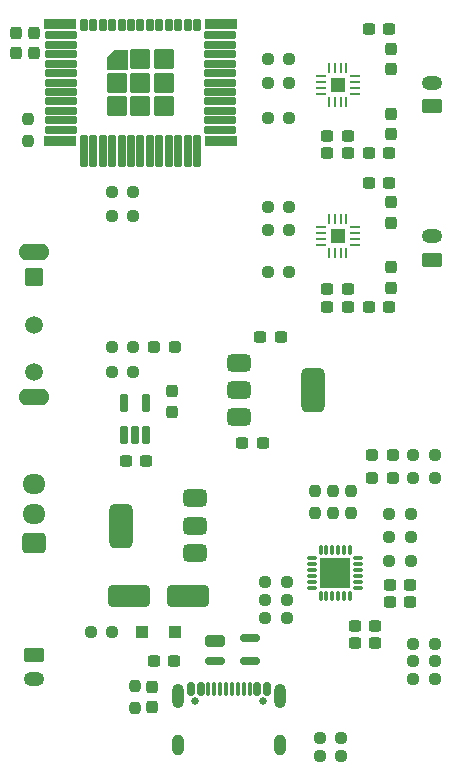
<source format=gbr>
%TF.GenerationSoftware,KiCad,Pcbnew,9.0.3*%
%TF.CreationDate,2025-11-17T09:12:33+01:00*%
%TF.ProjectId,PCB_BLE_Speaker,5043425f-424c-4455-9f53-7065616b6572,R.Casas*%
%TF.SameCoordinates,Original*%
%TF.FileFunction,Soldermask,Top*%
%TF.FilePolarity,Negative*%
%FSLAX46Y46*%
G04 Gerber Fmt 4.6, Leading zero omitted, Abs format (unit mm)*
G04 Created by KiCad (PCBNEW 9.0.3) date 2025-11-17 09:12:33*
%MOMM*%
%LPD*%
G01*
G04 APERTURE LIST*
G04 Aperture macros list*
%AMRoundRect*
0 Rectangle with rounded corners*
0 $1 Rounding radius*
0 $2 $3 $4 $5 $6 $7 $8 $9 X,Y pos of 4 corners*
0 Add a 4 corners polygon primitive as box body*
4,1,4,$2,$3,$4,$5,$6,$7,$8,$9,$2,$3,0*
0 Add four circle primitives for the rounded corners*
1,1,$1+$1,$2,$3*
1,1,$1+$1,$4,$5*
1,1,$1+$1,$6,$7*
1,1,$1+$1,$8,$9*
0 Add four rect primitives between the rounded corners*
20,1,$1+$1,$2,$3,$4,$5,0*
20,1,$1+$1,$4,$5,$6,$7,0*
20,1,$1+$1,$6,$7,$8,$9,0*
20,1,$1+$1,$8,$9,$2,$3,0*%
G04 Aperture macros list end*
%ADD10C,0.010000*%
%ADD11RoundRect,0.237500X0.300000X0.237500X-0.300000X0.237500X-0.300000X-0.237500X0.300000X-0.237500X0*%
%ADD12RoundRect,0.075000X0.075000X-0.350000X0.075000X0.350000X-0.075000X0.350000X-0.075000X-0.350000X0*%
%ADD13RoundRect,0.075000X0.350000X-0.075000X0.350000X0.075000X-0.350000X0.075000X-0.350000X-0.075000X0*%
%ADD14R,2.650000X2.650000*%
%ADD15RoundRect,0.237500X0.237500X-0.300000X0.237500X0.300000X-0.237500X0.300000X-0.237500X-0.300000X0*%
%ADD16RoundRect,0.237500X-0.237500X0.287500X-0.237500X-0.287500X0.237500X-0.287500X0.237500X0.287500X0*%
%ADD17RoundRect,0.237500X-0.300000X-0.237500X0.300000X-0.237500X0.300000X0.237500X-0.300000X0.237500X0*%
%ADD18RoundRect,0.237500X0.237500X-0.287500X0.237500X0.287500X-0.237500X0.287500X-0.237500X-0.287500X0*%
%ADD19RoundRect,0.237500X0.237500X-0.250000X0.237500X0.250000X-0.237500X0.250000X-0.237500X-0.250000X0*%
%ADD20RoundRect,0.250000X0.625000X-0.350000X0.625000X0.350000X-0.625000X0.350000X-0.625000X-0.350000X0*%
%ADD21O,1.750000X1.200000*%
%ADD22RoundRect,0.162500X0.162500X-0.617500X0.162500X0.617500X-0.162500X0.617500X-0.162500X-0.617500X0*%
%ADD23RoundRect,0.375000X0.625000X0.375000X-0.625000X0.375000X-0.625000X-0.375000X0.625000X-0.375000X0*%
%ADD24RoundRect,0.500000X0.500000X1.400000X-0.500000X1.400000X-0.500000X-1.400000X0.500000X-1.400000X0*%
%ADD25RoundRect,0.102000X-0.654000X0.654000X-0.654000X-0.654000X0.654000X-0.654000X0.654000X0.654000X0*%
%ADD26C,1.512000*%
%ADD27O,2.620000X1.412000*%
%ADD28RoundRect,0.250000X-0.300000X-0.300000X0.300000X-0.300000X0.300000X0.300000X-0.300000X0.300000X0*%
%ADD29RoundRect,0.237500X0.250000X0.237500X-0.250000X0.237500X-0.250000X-0.237500X0.250000X-0.237500X0*%
%ADD30RoundRect,0.237500X-0.250000X-0.237500X0.250000X-0.237500X0.250000X0.237500X-0.250000X0.237500X0*%
%ADD31RoundRect,0.237500X-0.287500X-0.237500X0.287500X-0.237500X0.287500X0.237500X-0.287500X0.237500X0*%
%ADD32RoundRect,0.062500X-0.350000X-0.062500X0.350000X-0.062500X0.350000X0.062500X-0.350000X0.062500X0*%
%ADD33RoundRect,0.062500X-0.062500X-0.350000X0.062500X-0.350000X0.062500X0.350000X-0.062500X0.350000X0*%
%ADD34R,1.230000X1.230000*%
%ADD35C,0.650000*%
%ADD36RoundRect,0.150000X-0.150000X-0.425000X0.150000X-0.425000X0.150000X0.425000X-0.150000X0.425000X0*%
%ADD37RoundRect,0.075000X-0.075000X-0.500000X0.075000X-0.500000X0.075000X0.500000X-0.075000X0.500000X0*%
%ADD38O,1.000000X2.100000*%
%ADD39O,1.000000X1.800000*%
%ADD40RoundRect,0.250000X0.725000X-0.600000X0.725000X0.600000X-0.725000X0.600000X-0.725000X-0.600000X0*%
%ADD41O,1.950000X1.700000*%
%ADD42RoundRect,0.102000X-1.250000X-0.200000X1.250000X-0.200000X1.250000X0.200000X-1.250000X0.200000X0*%
%ADD43RoundRect,0.102000X-0.200000X-0.400000X0.200000X-0.400000X0.200000X0.400000X-0.200000X0.400000X0*%
%ADD44RoundRect,0.102000X-0.200000X-1.250000X0.200000X-1.250000X0.200000X1.250000X-0.200000X1.250000X0*%
%ADD45RoundRect,0.102000X-1.250000X-0.350000X1.250000X-0.350000X1.250000X0.350000X-1.250000X0.350000X0*%
%ADD46RoundRect,0.102000X-0.725000X-0.725000X0.725000X-0.725000X0.725000X0.725000X-0.725000X0.725000X0*%
%ADD47RoundRect,0.375000X-0.625000X-0.375000X0.625000X-0.375000X0.625000X0.375000X-0.625000X0.375000X0*%
%ADD48RoundRect,0.500000X-0.500000X-1.400000X0.500000X-1.400000X0.500000X1.400000X-0.500000X1.400000X0*%
%ADD49RoundRect,0.250000X1.500000X0.650000X-1.500000X0.650000X-1.500000X-0.650000X1.500000X-0.650000X0*%
%ADD50RoundRect,0.250000X-0.600000X-0.250000X0.600000X-0.250000X0.600000X0.250000X-0.600000X0.250000X0*%
%ADD51RoundRect,0.150000X-0.700000X-0.150000X0.700000X-0.150000X0.700000X0.150000X-0.700000X0.150000X0*%
%ADD52RoundRect,0.250000X-0.625000X0.350000X-0.625000X-0.350000X0.625000X-0.350000X0.625000X0.350000X0*%
G04 APERTURE END LIST*
D10*
%TO.C,U501*%
X96350000Y-40370000D02*
X94700000Y-40370000D01*
X94700000Y-39370000D01*
X95350000Y-38720000D01*
X96350000Y-38720000D01*
X96350000Y-40370000D01*
G36*
X96350000Y-40370000D02*
G01*
X94700000Y-40370000D01*
X94700000Y-39370000D01*
X95350000Y-38720000D01*
X96350000Y-38720000D01*
X96350000Y-40370000D01*
G37*
%TD*%
D11*
%TO.C,C408*%
X115052500Y-47520000D03*
X113327500Y-47520000D03*
%TD*%
D12*
%TO.C,U502*%
X112750000Y-84970000D03*
X113250000Y-84970000D03*
X113750000Y-84970000D03*
X114250000Y-84970000D03*
X114750000Y-84970000D03*
X115250000Y-84970000D03*
D13*
X115950000Y-84270000D03*
X115950000Y-83770000D03*
X115950000Y-83270000D03*
X115950000Y-82770000D03*
X115950000Y-82270000D03*
X115950000Y-81770000D03*
D12*
X115250000Y-81070000D03*
X114750000Y-81070000D03*
X114250000Y-81070000D03*
X113750000Y-81070000D03*
X113250000Y-81070000D03*
X112750000Y-81070000D03*
D13*
X112050000Y-81770000D03*
X112050000Y-82270000D03*
X112050000Y-82770000D03*
X112050000Y-83270000D03*
X112050000Y-83770000D03*
X112050000Y-84270000D03*
D14*
X114000000Y-83020000D03*
%TD*%
D15*
%TO.C,C202*%
X98500000Y-94382500D03*
X98500000Y-92657500D03*
%TD*%
D16*
%TO.C,L403*%
X118690000Y-44145000D03*
X118690000Y-45895000D03*
%TD*%
D11*
%TO.C,C407*%
X115052500Y-46020000D03*
X113327500Y-46020000D03*
%TD*%
D17*
%TO.C,C501*%
X118637500Y-84020000D03*
X120362500Y-84020000D03*
%TD*%
D11*
%TO.C,C405*%
X115052500Y-60520000D03*
X113327500Y-60520000D03*
%TD*%
D18*
%TO.C,L404*%
X118690000Y-40395000D03*
X118690000Y-38645000D03*
%TD*%
D17*
%TO.C,C502*%
X118637500Y-85530000D03*
X120362500Y-85530000D03*
%TD*%
D19*
%TO.C,R503*%
X113800000Y-77932500D03*
X113800000Y-76107500D03*
%TD*%
D20*
%TO.C,J102*%
X122190000Y-43520000D03*
D21*
X122190000Y-41520000D03*
%TD*%
D22*
%TO.C,U301*%
X96075000Y-71370000D03*
X97025000Y-71370000D03*
X97975000Y-71370000D03*
X97975000Y-68670000D03*
X96075000Y-68670000D03*
%TD*%
D15*
%TO.C,C506*%
X88500000Y-39020000D03*
X88500000Y-37295000D03*
%TD*%
D23*
%TO.C,Q301*%
X102150000Y-79020000D03*
D24*
X95850000Y-79020000D03*
D23*
X102150000Y-81320000D03*
X102150000Y-76720000D03*
%TD*%
D25*
%TO.C,S501*%
X88500000Y-58020000D03*
D26*
X88500000Y-62020000D03*
X88500000Y-66020000D03*
D27*
X88500000Y-55870000D03*
X88500000Y-68170000D03*
%TD*%
D28*
%TO.C,D202*%
X97600000Y-88020000D03*
X100400000Y-88020000D03*
%TD*%
D29*
%TO.C,R502*%
X120412500Y-82020000D03*
X118587500Y-82020000D03*
%TD*%
D30*
%TO.C,R516*%
X120587500Y-89020000D03*
X122412500Y-89020000D03*
%TD*%
%TO.C,R514*%
X120587500Y-75020000D03*
X122412500Y-75020000D03*
%TD*%
D29*
%TO.C,R517*%
X120412500Y-80020000D03*
X118587500Y-80020000D03*
%TD*%
D19*
%TO.C,R501*%
X88000000Y-46432500D03*
X88000000Y-44607500D03*
%TD*%
D18*
%TO.C,L402*%
X118690000Y-53395000D03*
X118690000Y-51645000D03*
%TD*%
D31*
%TO.C,D501*%
X117125000Y-75020000D03*
X118875000Y-75020000D03*
%TD*%
D15*
%TO.C,C301*%
X100200000Y-69382500D03*
X100200000Y-67657500D03*
%TD*%
D32*
%TO.C,U402*%
X112752500Y-40960000D03*
X112752500Y-41460000D03*
X112752500Y-41960000D03*
X112752500Y-42460000D03*
D33*
X113440000Y-43147500D03*
X113940000Y-43147500D03*
X114440000Y-43147500D03*
X114940000Y-43147500D03*
D32*
X115627500Y-42460000D03*
X115627500Y-41960000D03*
X115627500Y-41460000D03*
X115627500Y-40960000D03*
D33*
X114940000Y-40272500D03*
X114440000Y-40272500D03*
X113940000Y-40272500D03*
X113440000Y-40272500D03*
D34*
X114190000Y-41710000D03*
%TD*%
D11*
%TO.C,C508*%
X109362500Y-63020000D03*
X107637500Y-63020000D03*
%TD*%
D29*
%TO.C,R510*%
X109912500Y-86820000D03*
X108087500Y-86820000D03*
%TD*%
D11*
%TO.C,C201*%
X100362500Y-90520000D03*
X98637500Y-90520000D03*
%TD*%
D30*
%TO.C,R401*%
X108277500Y-57520000D03*
X110102500Y-57520000D03*
%TD*%
D29*
%TO.C,R301*%
X96912500Y-63920000D03*
X95087500Y-63920000D03*
%TD*%
D32*
%TO.C,U401*%
X112752500Y-53770000D03*
X112752500Y-54270000D03*
X112752500Y-54770000D03*
X112752500Y-55270000D03*
D33*
X113440000Y-55957500D03*
X113940000Y-55957500D03*
X114440000Y-55957500D03*
X114940000Y-55957500D03*
D32*
X115627500Y-55270000D03*
X115627500Y-54770000D03*
X115627500Y-54270000D03*
X115627500Y-53770000D03*
D33*
X114940000Y-53082500D03*
X114440000Y-53082500D03*
X113940000Y-53082500D03*
X113440000Y-53082500D03*
D34*
X114190000Y-54520000D03*
%TD*%
D30*
%TO.C,R508*%
X120587500Y-92020000D03*
X122412500Y-92020000D03*
%TD*%
D15*
%TO.C,C505*%
X87000000Y-39020000D03*
X87000000Y-37295000D03*
%TD*%
D30*
%TO.C,R201*%
X112675000Y-98520000D03*
X114500000Y-98520000D03*
%TD*%
D11*
%TO.C,C403*%
X118552500Y-47520000D03*
X116827500Y-47520000D03*
%TD*%
D30*
%TO.C,R513*%
X95087500Y-50820000D03*
X96912500Y-50820000D03*
%TD*%
D31*
%TO.C,D302*%
X98675000Y-63920000D03*
X100425000Y-63920000D03*
%TD*%
D19*
%TO.C,R505*%
X115300000Y-77932500D03*
X115300000Y-76107500D03*
%TD*%
D35*
%TO.C,J201*%
X102110000Y-93915000D03*
X107890000Y-93915000D03*
D36*
X101800000Y-92840000D03*
X102600000Y-92840000D03*
D37*
X103750000Y-92840000D03*
X104750000Y-92840000D03*
X105250000Y-92840000D03*
X106250000Y-92840000D03*
D36*
X107400000Y-92840000D03*
X108200000Y-92840000D03*
X108200000Y-92840000D03*
X107400000Y-92840000D03*
D37*
X106750000Y-92840000D03*
X105750000Y-92840000D03*
X104250000Y-92840000D03*
X103250000Y-92840000D03*
D36*
X102600000Y-92840000D03*
X101800000Y-92840000D03*
D38*
X100680000Y-93415000D03*
D39*
X100680000Y-97595000D03*
D38*
X109320000Y-93415000D03*
D39*
X109320000Y-97595000D03*
%TD*%
D30*
%TO.C,R511*%
X118587500Y-78020000D03*
X120412500Y-78020000D03*
%TD*%
D17*
%TO.C,C402*%
X116827500Y-50020000D03*
X118552500Y-50020000D03*
%TD*%
D11*
%TO.C,C406*%
X115052500Y-59030000D03*
X113327500Y-59030000D03*
%TD*%
D40*
%TO.C,J103*%
X88500000Y-80520000D03*
D41*
X88500000Y-78020000D03*
X88500000Y-75520000D03*
%TD*%
D29*
%TO.C,R504*%
X122412500Y-90520000D03*
X120587500Y-90520000D03*
%TD*%
D42*
%TO.C,U501*%
X90750000Y-37520000D03*
X90750000Y-38320000D03*
X90750000Y-45520000D03*
D43*
X94300000Y-36620000D03*
D44*
X94300000Y-47270000D03*
D43*
X95100000Y-36620000D03*
X95900000Y-36620000D03*
X96700000Y-36620000D03*
X97500000Y-36620000D03*
X98300000Y-36620000D03*
X99100000Y-36620000D03*
X99900000Y-36620000D03*
X100700000Y-36620000D03*
X101500000Y-36620000D03*
X102300000Y-36620000D03*
D42*
X90750000Y-39120000D03*
X90750000Y-39920000D03*
X90750000Y-40720000D03*
X90750000Y-41520000D03*
X90750000Y-42320000D03*
X90750000Y-43120000D03*
X90750000Y-43920000D03*
X90750000Y-44720000D03*
D44*
X92700000Y-47270000D03*
X93500000Y-47270000D03*
X95100000Y-47270000D03*
X95900000Y-47270000D03*
X96700000Y-47270000D03*
X97500000Y-47270000D03*
X98300000Y-47270000D03*
X99100000Y-47270000D03*
X99900000Y-47270000D03*
X100700000Y-47270000D03*
X101500000Y-47270000D03*
X102300000Y-47270000D03*
D42*
X104250000Y-45520000D03*
X104250000Y-44720000D03*
X104250000Y-43920000D03*
X104250000Y-43120000D03*
X104250000Y-42320000D03*
X104250000Y-41520000D03*
X104250000Y-40720000D03*
X104250000Y-39920000D03*
X104250000Y-39120000D03*
X104250000Y-38320000D03*
X104250000Y-37520000D03*
D45*
X90700000Y-36570000D03*
X90700000Y-46470000D03*
D43*
X92700000Y-36620000D03*
X93500000Y-36620000D03*
D46*
X95525000Y-41520000D03*
X95525000Y-43495000D03*
X97500000Y-39545000D03*
X97500000Y-41520000D03*
X97500000Y-43495000D03*
X99475000Y-39545000D03*
X99475000Y-41520000D03*
X99475000Y-43495000D03*
D45*
X104300000Y-36570000D03*
X104300000Y-46470000D03*
%TD*%
D47*
%TO.C,U503*%
X105850000Y-65220000D03*
X105850000Y-67520000D03*
D48*
X112150000Y-67520000D03*
D47*
X105850000Y-69820000D03*
%TD*%
D17*
%TO.C,C507*%
X106137500Y-72020000D03*
X107862500Y-72020000D03*
%TD*%
%TO.C,C404*%
X116827500Y-37020000D03*
X118552500Y-37020000D03*
%TD*%
D49*
%TO.C,D301*%
X101500000Y-85020000D03*
X96500000Y-85020000D03*
%TD*%
D17*
%TO.C,C503*%
X115637500Y-87520000D03*
X117362500Y-87520000D03*
%TD*%
D20*
%TO.C,J101*%
X122190000Y-56520000D03*
D21*
X122190000Y-54520000D03*
%TD*%
D11*
%TO.C,C401*%
X118552500Y-60520000D03*
X116827500Y-60520000D03*
%TD*%
D30*
%TO.C,R404*%
X108277500Y-44520000D03*
X110102500Y-44520000D03*
%TD*%
D50*
%TO.C,D201*%
X103800000Y-88770000D03*
D51*
X103800000Y-90470000D03*
X106800000Y-90470000D03*
X106800000Y-88570000D03*
%TD*%
D17*
%TO.C,C504*%
X115637500Y-89000000D03*
X117362500Y-89000000D03*
%TD*%
D30*
%TO.C,R515*%
X120587500Y-73020000D03*
X122412500Y-73020000D03*
%TD*%
D29*
%TO.C,R507*%
X109912500Y-83820000D03*
X108087500Y-83820000D03*
%TD*%
D19*
%TO.C,R506*%
X112300000Y-77932500D03*
X112300000Y-76107500D03*
%TD*%
D11*
%TO.C,C302*%
X98000000Y-73520000D03*
X96275000Y-73520000D03*
%TD*%
D30*
%TO.C,R403*%
X108277500Y-52020000D03*
X110102500Y-52020000D03*
%TD*%
D31*
%TO.C,D502*%
X117125000Y-73020000D03*
X118875000Y-73020000D03*
%TD*%
D30*
%TO.C,R406*%
X108277500Y-39520000D03*
X110102500Y-39520000D03*
%TD*%
D29*
%TO.C,R302*%
X96912500Y-66020000D03*
X95087500Y-66020000D03*
%TD*%
D16*
%TO.C,L401*%
X118690000Y-57145000D03*
X118690000Y-58895000D03*
%TD*%
D30*
%TO.C,R202*%
X112675000Y-97020000D03*
X114500000Y-97020000D03*
%TD*%
D29*
%TO.C,R303*%
X95112500Y-88020000D03*
X93287500Y-88020000D03*
%TD*%
D19*
%TO.C,R203*%
X97000000Y-94432500D03*
X97000000Y-92607500D03*
%TD*%
D52*
%TO.C,J104*%
X88500000Y-90020000D03*
D21*
X88500000Y-92020000D03*
%TD*%
D30*
%TO.C,R402*%
X108277500Y-54020000D03*
X110102500Y-54020000D03*
%TD*%
D29*
%TO.C,R509*%
X109912500Y-85320000D03*
X108087500Y-85320000D03*
%TD*%
D30*
%TO.C,R405*%
X108277500Y-41520000D03*
X110102500Y-41520000D03*
%TD*%
D29*
%TO.C,R512*%
X96912500Y-52820000D03*
X95087500Y-52820000D03*
%TD*%
M02*

</source>
